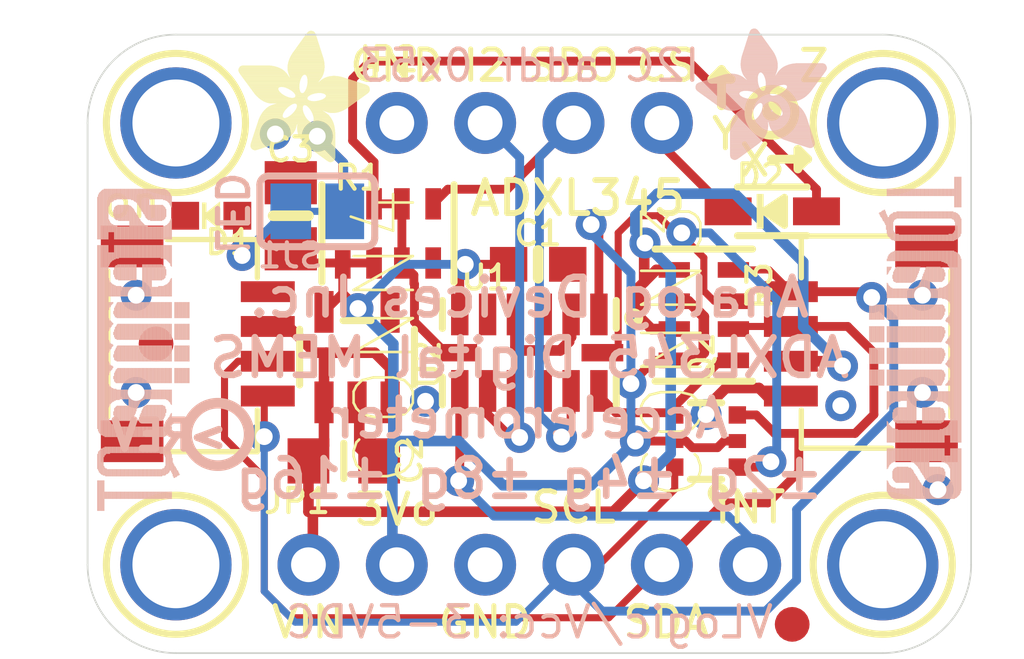
<source format=kicad_pcb>
(kicad_pcb (version 20211014) (generator pcbnew)
  (layers (0 "F.Cu" signal) (31 "B.Cu" signal) (34 "B.Paste" user) (35 "F.Paste" user) (36 "B.SilkS" user "B.Silkscreen") (37 "F.SilkS" user "F.Silkscreen") (38 "B.Mask" user) (39 "F.Mask" user) (44 "Edge.Cuts" user))
  (net 0 "")
  (net 1 "GND")
  (net 2 "SCL")
  (net 3 "SCL_3V")
  (net 4 "3.3V")
  (net 5 "VCC")
  (net 6 "N$1")
  (net 7 "CS_3V")
  (net 8 "INT1")
  (net 9 "INT2")
  (net 10 "SDA/SDIO_3V")
  (net 11 "SDO")
  (net 12 "CS")
  (net 13 "SDA/SDIO")
  (net 14 "N$2")
  (footprint "boardEagle:FIDUCIAL_1MM" (layer "F.Cu") (at 156.0576 113.0681)
    (fp_text reference "FID3" hide)
    (fp_text value "FIDUCIAL_1MM" hide)
    (pad "1" smd roundrect (at 0 0) (size 1 1) (layers "F.Cu" "F.Mask") (roundrect_rratio 0.5))
  )
  (footprint "boardEagle:MOUNTINGHOLE_2.5_PLATED" (layer "F.Cu") (at 138.3411 98.6536)
    (fp_text reference "U$1" hide)
    (fp_text value "MOUNTINGHOLE2.5" hide)
    (pad "P$1" thru_hole circle (at 0 0) (size 3.2 3.2) (drill 2.5) (layers *.Cu *.Mask))
  )
  (footprint "boardEagle:JST_SH4" (layer "F.Cu") (at 158.5341 105.0036 90)
    (fp_text reference "CONN3" (at -4.6 -5.9 90) (layer "F.SilkS") (effects (font (size 1.703222 1.703222) (thickness 0.074778)) (justify left)))
    (fp_text value "STEMMA_I2C_QT" hide)
    (pad "1" smd rect (at -1.5 -2.514 180) (size 1.55 0.6) (layers "F.Cu" "F.Paste" "F.Mask") (net 1 "GND"))
    (pad "2" smd rect (at -0.5 -2.514 180) (size 1.55 0.6) (layers "F.Cu" "F.Paste" "F.Mask") (net 5 "VCC"))
    (pad "3" smd rect (at 0.5 -2.514 180) (size 1.55 0.6) (layers "F.Cu" "F.Paste" "F.Mask") (net 13 "SDA/SDIO"))
    (pad "4" smd rect (at 1.5 -2.514 180) (size 1.55 0.6) (layers "F.Cu" "F.Paste" "F.Mask") (net 2 "SCL"))
    (pad "MT1" smd rect (at -2.8 1.386 180) (size 1.8 1.2) (layers "F.Cu" "F.Paste" "F.Mask") (net 1 "GND"))
    (pad "MT2" smd rect (at 2.8 1.386 180) (size 1.8 1.2) (layers "F.Cu" "F.Paste" "F.Mask") (net 1 "GND"))
  )
  (footprint "boardEagle:1X06_ROUND_70" (layer "F.Cu") (at 148.5011 111.3536)
    (fp_text reference "JP1" (at -7.6962 -1.8288) (layer "F.SilkS") (effects (font (size 0.692831 0.692831) (thickness 0.119969)) (justify left)))
    (fp_text value "")
    (pad "1" thru_hole circle (at -6.35 0 90) (size 1.778 1.778) (drill 1) (layers *.Cu *.Mask) (net 5 "VCC"))
    (pad "2" thru_hole circle (at -3.81 0 90) (size 1.778 1.778) (drill 1) (layers *.Cu *.Mask) (net 4 "3.3V"))
    (pad "3" thru_hole circle (at -1.27 0 90) (size 1.778 1.778) (drill 1) (layers *.Cu *.Mask) (net 1 "GND"))
    (pad "4" thru_hole circle (at 1.27 0 90) (size 1.778 1.778) (drill 1) (layers *.Cu *.Mask) (net 2 "SCL"))
    (pad "5" thru_hole circle (at 3.81 0 90) (size 1.778 1.778) (drill 1) (layers *.Cu *.Mask) (net 13 "SDA/SDIO"))
    (pad "6" thru_hole circle (at 6.35 0 90) (size 1.778 1.778) (drill 1) (layers *.Cu *.Mask) (net 8 "INT1"))
  )
  (footprint "boardEagle:MOUNTINGHOLE_2.5_PLATED" (layer "F.Cu") (at 158.6611 98.6536)
    (fp_text reference "U$17" hide)
    (fp_text value "MOUNTINGHOLE2.5" hide)
    (pad "P$1" thru_hole circle (at 0 0) (size 3.2 3.2) (drill 2.5) (layers *.Cu *.Mask))
  )
  (footprint "boardEagle:0603-NO" (layer "F.Cu") (at 148.7551 102.7176)
    (fp_text reference "C1" (at -0.762 -0.889) (layer "F.SilkS") (effects (font (size 0.692831 0.692831) (thickness 0.119969)) (justify left)))
    (fp_text value "0.1uF")
    (pad "1" smd rect (at -0.85 0) (size 1.075 1) (layers "F.Cu" "F.Paste" "F.Mask") (net 4 "3.3V"))
    (pad "2" smd rect (at 0.85 0) (size 1.075 1) (layers "F.Cu" "F.Paste" "F.Mask") (net 1 "GND"))
  )
  (footprint "boardEagle:SOD-323" (layer "F.Cu") (at 155.4861 101.1936)
    (fp_text reference "D2" (at -1.1 -1) (layer "F.SilkS") (effects (font (size 0.692831 0.692831) (thickness 0.119969)) (justify left)))
    (fp_text value "1N4148")
    (pad "A" smd rect (at 1.27 0) (size 1.35 0.8) (layers "F.Cu" "F.Paste" "F.Mask") (net 7 "CS_3V"))
    (pad "C" smd rect (at -1.27 0) (size 1.35 0.8) (layers "F.Cu" "F.Paste" "F.Mask") (net 12 "CS"))
  )
  (footprint "boardEagle:CHIPLED_0603_NOOUTLINE" (layer "F.Cu") (at 139.3571 101.3206 90)
    (fp_text reference "D1" (at -0.762 1.27) (layer "F.SilkS") (effects (font (size 0.692831 0.692831) (thickness 0.119969)) (justify right)))
    (fp_text value "GREEN")
    (pad "A" smd rect (at 0 0.75 90) (size 0.8 0.8) (layers "F.Cu" "F.Paste" "F.Mask") (net 14 "N$2"))
    (pad "C" smd rect (at 0 -0.75 90) (size 0.8 0.8) (layers "F.Cu" "F.Paste" "F.Mask") (net 1 "GND"))
  )
  (footprint "boardEagle:JST_SH4" (layer "F.Cu") (at 138.4681 105.0036 -90)
    (fp_text reference "CONN4" (at -4.6 -5.9 90) (layer "F.SilkS") (effects (font (size 1.703222 1.703222) (thickness 0.074778)) (justify right)))
    (fp_text value "STEMMA_I2C_QT" hide)
    (pad "1" smd rect (at -1.5 -2.514) (size 1.55 0.6) (layers "F.Cu" "F.Paste" "F.Mask") (net 1 "GND"))
    (pad "2" smd rect (at -0.5 -2.514) (size 1.55 0.6) (layers "F.Cu" "F.Paste" "F.Mask") (net 5 "VCC"))
    (pad "3" smd rect (at 0.5 -2.514) (size 1.55 0.6) (layers "F.Cu" "F.Paste" "F.Mask") (net 13 "SDA/SDIO"))
    (pad "4" smd rect (at 1.5 -2.514) (size 1.55 0.6) (layers "F.Cu" "F.Paste" "F.Mask") (net 2 "SCL"))
    (pad "MT1" smd rect (at -2.8 1.386) (size 1.8 1.2) (layers "F.Cu" "F.Paste" "F.Mask") (net 1 "GND"))
    (pad "MT2" smd rect (at 2.8 1.386) (size 1.8 1.2) (layers "F.Cu" "F.Paste" "F.Mask") (net 1 "GND"))
  )
  (footprint "boardEagle:1X04_ROUND" (layer "F.Cu") (at 148.5011 98.6536)
    (fp_text reference "JP2" (at -5.1562 -1.8288) (layer "F.SilkS") (effects (font (size 0.692831 0.692831) (thickness 0.119969)) (justify left)))
    (fp_text value "")
    (pad "1" thru_hole circle (at -3.81 0 90) (size 1.778 1.778) (drill 1) (layers *.Cu *.Mask) (net 1 "GND"))
    (pad "2" thru_hole circle (at -1.27 0 90) (size 1.778 1.778) (drill 1) (layers *.Cu *.Mask) (net 9 "INT2"))
    (pad "3" thru_hole circle (at 1.27 0 90) (size 1.778 1.778) (drill 1) (layers *.Cu *.Mask) (net 11 "SDO"))
    (pad "4" thru_hole circle (at 3.81 0 90) (size 1.778 1.778) (drill 1) (layers *.Cu *.Mask) (net 12 "CS"))
  )
  (footprint "boardEagle:RESPACK_4X0603" (layer "F.Cu") (at 153.5176 104.1781 -90)
    (fp_text reference "R3" (at -1.6 -1.6 90) (layer "F.SilkS") (effects (font (size 0.692831 0.692831) (thickness 0.119969)) (justify right)))
    (fp_text value "10K")
    (pad "1" smd rect (at -1.3 0.85 270) (size 0.45 0.9) (layers "F.Cu" "F.Paste" "F.Mask") (net 5 "VCC"))
    (pad "2" smd rect (at -0.4 0.85 270) (size 0.45 0.9) (layers "F.Cu" "F.Paste" "F.Mask") (net 4 "3.3V"))
    (pad "3" smd rect (at 0.4 0.85 270) (size 0.45 0.9) (layers "F.Cu" "F.Paste" "F.Mask") (net 5 "VCC"))
    (pad "4" smd rect (at 1.3 0.85 270) (size 0.45 0.9) (layers "F.Cu" "F.Paste" "F.Mask") (net 4 "3.3V"))
    (pad "5" smd rect (at 1.3 -0.85 270) (size 0.45 0.9) (layers "F.Cu" "F.Paste" "F.Mask") (net 10 "SDA/SDIO_3V"))
    (pad "6" smd rect (at 0.4 -0.85 270) (size 0.45 0.9) (layers "F.Cu" "F.Paste" "F.Mask") (net 13 "SDA/SDIO"))
    (pad "7" smd rect (at -0.4 -0.85 270) (size 0.45 0.9) (layers "F.Cu" "F.Paste" "F.Mask") (net 3 "SCL_3V"))
    (pad "8" smd rect (at -1.3 -0.85 270) (size 0.45 0.9) (layers "F.Cu" "F.Paste" "F.Mask") (net 2 "SCL"))
  )
  (footprint "boardEagle:FIDUCIAL_1MM" (layer "F.Cu") (at 137.7696 105.0036)
    (fp_text reference "FID4" hide)
    (fp_text value "FIDUCIAL_1MM" hide)
    (pad "1" smd roundrect (at 0 0) (size 1 1) (layers "F.Cu" "F.Mask") (roundrect_rratio 0.5))
  )
  (footprint "boardEagle:MOUNTINGHOLE_2.5_PLATED" (layer "F.Cu") (at 138.3411 111.3536)
    (fp_text reference "U$19" hide)
    (fp_text value "MOUNTINGHOLE2.5" hide)
    (pad "P$1" thru_hole circle (at 0 0) (size 3.2 3.2) (drill 2.5) (layers *.Cu *.Mask))
  )
  (footprint "boardEagle:0805-NO" (layer "F.Cu") (at 141.6431 101.3206 90)
    (fp_text reference "C3" (at 1.905 -0.762) (layer "F.SilkS") (effects (font (size 0.692831 0.692831) (thickness 0.119969)) (justify left)))
    (fp_text value "10uF")
    (pad "1" smd rect (at -0.95 0 90) (size 1.24 1.5) (layers "F.Cu" "F.Paste" "F.Mask") (net 4 "3.3V"))
    (pad "2" smd rect (at 0.95 0 90) (size 1.24 1.5) (layers "F.Cu" "F.Paste" "F.Mask") (net 1 "GND"))
  )
  (footprint "boardEagle:MOUNTINGHOLE_2.5_PLATED" (layer "F.Cu") (at 158.6611 111.3536)
    (fp_text reference "U$21" hide)
    (fp_text value "MOUNTINGHOLE2.5" hide)
    (pad "P$1" thru_hole circle (at 0 0) (size 3.2 3.2) (drill 2.5) (layers *.Cu *.Mask))
  )
  (footprint "boardEagle:SOT363" (layer "F.Cu") (at 153.5811 107.7976 90)
    (fp_text reference "Q2" (at 1.651 -0.127 90) (layer "F.SilkS") (effects (font (size 0.692831 0.692831) (thickness 0.119969)) (justify left)))
    (fp_text value "BSS138")
    (pad "1" smd rect (at -0.75 0.9 90) (size 0.5 0.5) (layers "F.Cu" "F.Paste" "F.Mask") (net 3 "SCL_3V"))
    (pad "2" smd rect (at 0 0.9 90) (size 0.4 0.5) (layers "F.Cu" "F.Paste" "F.Mask") (net 4 "3.3V"))
    (pad "3" smd rect (at 0.75 0.9 90) (size 0.5 0.5) (layers "F.Cu" "F.Paste" "F.Mask") (net 13 "SDA/SDIO"))
    (pad "4" smd rect (at 0.75 -0.9 90) (size 0.5 0.5) (layers "F.Cu" "F.Paste" "F.Mask") (net 10 "SDA/SDIO_3V"))
    (pad "5" smd rect (at 0 -0.9 90) (size 0.4 0.5) (layers "F.Cu" "F.Paste" "F.Mask") (net 4 "3.3V"))
    (pad "6" smd rect (at -0.75 -0.9 90) (size 0.5 0.5) (layers "F.Cu" "F.Paste" "F.Mask") (net 2 "SCL"))
  )
  (footprint "boardEagle:LGA14" (layer "F.Cu") (at 148.5011 105.2576)
    (fp_text reference "U1" (at -2.032 -2.159) (layer "F.SilkS") (effects (font (size 0.692831 0.692831) (thickness 0.119969)) (justify left)))
    (fp_text value "ADXL343")
    (pad "1" smd rect (at 2 -1.1) (size 0.5 1.2) (layers "F.Cu" "F.Paste" "F.Mask") (net 4 "3.3V"))
    (pad "2" smd rect (at 1.2 -1.1 180) (size 0.5 1.2) (layers "F.Cu" "F.Paste" "F.Mask") (net 1 "GND"))
    (pad "3" smd rect (at 0.4 -1.1 180) (size 0.5 1.2) (layers "F.Cu" "F.Paste" "F.Mask"))
    (pad "4" smd rect (at -0.4 -1.1 180) (size 0.5 1.2) (layers "F.Cu" "F.Paste" "F.Mask") (net 1 "GND"))
    (pad "5" smd rect (at -1.2 -1.1 180) (size 0.5 1.2) (layers "F.Cu" "F.Paste" "F.Mask") (net 1 "GND"))
    (pad "6" smd rect (at -2 -1.1 180) (size 0.5 1.2) (layers "F.Cu" "F.Paste" "F.Mask") (net 4 "3.3V"))
    (pad "7" smd rect (at -2.1 0 270) (size 0.5 1.2) (layers "F.Cu" "F.Paste" "F.Mask") (net 7 "CS_3V"))
    (pad "8" smd rect (at -2 1.1 180) (size 0.5 1.2) (layers "F.Cu" "F.Paste" "F.Mask") (net 8 "INT1"))
    (pad "9" smd rect (at -1.2 1.1 180) (size 0.5 1.2) (layers "F.Cu" "F.Paste" "F.Mask") (net 9 "INT2"))
    (pad "10" smd rect (at -0.4 1.1) (size 0.5 1.2) (layers "F.Cu" "F.Paste" "F.Mask"))
    (pad "11" smd rect (at 0.4 1.1) (size 0.5 1.2) (layers "F.Cu" "F.Paste" "F.Mask"))
    (pad "12" smd rect (at 1.2 1.1) (size 0.5 1.2) (layers "F.Cu" "F.Paste" "F.Mask") (net 11 "SDO"))
    (pad "13" smd rect (at 2 1.1) (size 0.5 1.2) (layers "F.Cu" "F.Paste" "F.Mask") (net 10 "SDA/SDIO_3V"))
    (pad "14" smd rect (at 2.1 0 90) (size 0.5 1.2) (layers "F.Cu" "F.Paste" "F.Mask") (net 3 "SCL_3V"))
  )
  (footprint "boardEagle:SOT23-5" (layer "F.Cu") (at 143.5481 105.3846)
    (fp_text reference "U2" (at 2.032 -0.562 90) (layer "F.SilkS") (effects (font (size 0.692831 0.692831) (thickness 0.119969)) (justify right)))
    (fp_text value "AP2112K-3.3")
    (pad "1" smd rect (at -0.95 1.3001) (size 0.55 1.2) (layers "F.Cu" "F.Paste" "F.Mask") (net 5 "VCC"))
    (pad "2" smd rect (at 0 1.3001) (size 0.55 1.2) (layers "F.Cu" "F.Paste" "F.Mask") (net 1 "GND"))
    (pad "3" smd rect (at 0.95 1.3001) (size 0.55 1.2) (layers "F.Cu" "F.Paste" "F.Mask") (net 5 "VCC"))
    (pad "4" smd rect (at 0.95 -1.3001) (size 0.55 1.2) (layers "F.Cu" "F.Paste" "F.Mask"))
    (pad "5" smd rect (at -0.95 -1.3001) (size 0.55 1.2) (layers "F.Cu" "F.Paste" "F.Mask") (net 4 "3.3V"))
  )
  (footprint "boardEagle:ADAFRUIT_3.5MM" (layer "F.Cu") (at 140.1191 99.7966)
    (fp_text reference "U$4" hide)
    (fp_text value "" hide)
  )
  (footprint "boardEagle:RESPACK_4X0603" (layer "F.Cu") (at 144.4371 101.8286)
    (fp_text reference "R1" (at -1.6 -1.6) (layer "F.SilkS") (effects (font (size 0.692831 0.692831) (thickness 0.119969)) (justify left)))
    (fp_text value "10K")
    (pad "1" smd rect (at -1.3 0.85) (size 0.45 0.9) (layers "F.Cu" "F.Paste" "F.Mask") (net 4 "3.3V"))
    (pad "2" smd rect (at -0.4 0.85) (size 0.45 0.9) (layers "F.Cu" "F.Paste" "F.Mask") (net 4 "3.3V"))
    (pad "3" smd rect (at 0.4 0.85) (size 0.45 0.9) (layers "F.Cu" "F.Paste" "F.Mask") (net 7 "CS_3V"))
    (pad "4" smd rect (at 1.3 0.85) (size 0.45 0.9) (layers "F.Cu" "F.Paste" "F.Mask") (net 1 "GND"))
    (pad "5" smd rect (at 1.3 -0.85) (size 0.45 0.9) (layers "F.Cu" "F.Paste" "F.Mask") (net 11 "SDO"))
    (pad "6" smd rect (at 0.4 -0.85) (size 0.45 0.9) (layers "F.Cu" "F.Paste" "F.Mask") (net 7 "CS_3V"))
    (pad "7" smd rect (at -0.4 -0.85) (size 0.45 0.9) (layers "F.Cu" "F.Paste" "F.Mask") (net 7 "CS_3V"))
    (pad "8" smd rect (at -1.3 -0.85) (size 0.45 0.9) (layers "F.Cu" "F.Paste" "F.Mask") (net 6 "N$1"))
  )
  (footprint "boardEagle:_0805MP" (layer "F.Cu") (at 143.1671 108.3691)
    (fp_text reference "C2" (at 1.905 -0.762 90) (layer "F.SilkS") (effects (font (size 0.692831 0.692831) (thickness 0.119969)) (justify right)))
    (fp_text value "10uF")
    (pad "1" smd rect (at -1.016 0) (size 1.2 1.3) (layers "F.Cu" "F.Paste" "F.Mask") (net 5 "VCC"))
    (pad "2" smd rect (at 1.016 0) (size 1.2 1.3) (layers "F.Cu" "F.Paste" "F.Mask") (net 1 "GND"))
  )
  (footprint "boardEagle:STEMMAQT" (layer "B.Cu") (at 138.7221 100.5586 -90)
    (fp_text reference "U$31" hide)
    (fp_text value "" hide)
  )
  (footprint "boardEagle:PCBFEAT-REV-040" (layer "B.Cu") (at 139.5476 107.6071 180)
    (fp_text reference "U$25" hide)
    (fp_text value "" hide)
    (fp_text user ">REV" (at -0.3556 -0.508) (layer "B.SilkS") (effects (font (size 0.8128 0.8128) (thickness 0.2032)) (justify left bottom mirror)))
  )
  (footprint "boardEagle:SOLDERJUMPER_CLOSEDWIRE" (layer "B.Cu") (at 142.4051 101.1936)
    (fp_text reference "SJ1" (at -1.778 1.27) (layer "B.SilkS") (effects (font (size 0.692831 0.692831) (thickness 0.119969)) (justify right mirror)))
    (fp_text value "")
    (pad "1" smd rect (at -0.762 0) (size 1.1684 1.6002) (layers "B.Cu") (net 14 "N$2"))
    (pad "2" smd rect (at 0.762 0) (size 1.1684 1.6002) (layers "B.Cu") (net 6 "N$1"))
    (pad "WIRE" smd rect (at 0 0 180) (size 0.635 0.2032) (layers "B.Cu"))
  )
  (footprint "boardEagle:STEMMAQT" (layer "B.Cu") (at 158.2801 109.4486 90)
    (fp_text reference "U$30" hide)
    (fp_text value "" hide)
  )
  (footprint "boardEagle:ADAFRUIT_3.5MM" (layer "B.Cu") (at 157.0736 99.7331 180)
    (fp_text reference "U$11" hide)
    (fp_text value "" hide)
  )
  (gr_line (start 156.2227 99.949) (end 156.4767 99.695) (layer "F.SilkS") (width 0.254))
  (gr_circle (center 155.4734 98.3107) (end 155.4988 98.3107) (layer "F.SilkS") (width 0.254) (fill none))
  (gr_line (start 154.305 97.3963) (end 154.2796 97.3963) (layer "F.SilkS") (width 0.254))
  (gr_line (start 155.4607 99.695) (end 156.4767 99.695) (layer "F.SilkS") (width 0.254))
  (gr_line (start 156.4767 99.695) (end 156.5021 99.695) (layer "F.SilkS") (width 0.254))
  (gr_circle (center 155.4734 98.3488) (end 156.1338 98.3488) (layer "F.SilkS") (width 0.254) (fill none))
  (gr_line (start 156.5021 99.695) (end 156.2227 99.4156) (layer "F.SilkS") (width 0.254))
  (gr_line (start 154.0256 97.1423) (end 154.0256 97.1169) (layer "F.SilkS") (width 0.254))
  (gr_line (start 156.2227 99.4156) (end 156.2227 99.949) (layer "F.SilkS") (width 0.254))
  (gr_line (start 156.2227 99.9744) (end 156.2227 99.949) (layer "F.SilkS") (width 0.254))
  (gr_line (start 154.0256 97.1169) (end 153.7462 97.3963) (layer "F.SilkS") (width 0.254))
  (gr_line (start 154.2796 97.3963) (end 154.0256 97.1423) (layer "F.SilkS") (width 0.254))
  (gr_line (start 153.7462 97.3963) (end 154.2796 97.3963) (layer "F.SilkS") (width 0.254))
  (gr_line (start 154.0256 98.1583) (end 154.0256 97.1423) (layer "F.SilkS") (width 0.254))
  (gr_line (start 161.2011 111.3536) (end 161.2011 98.6536) (layer "Edge.Cuts") (width 0.05))
  (gr_arc (start 138.3411 113.8936) (mid 136.545049 113.149651) (end 135.8011 111.3536) (layer "Edge.Cuts") (width 0.05))
  (gr_line (start 135.8011 98.6536) (end 135.8011 111.3536) (layer "Edge.Cuts") (width 0.05))
  (gr_arc (start 158.6611 96.1136) (mid 160.457151 96.857549) (end 161.2011 98.6536) (layer "Edge.Cuts") (width 0.05))
  (gr_arc (start 161.2011 111.3536) (mid 160.457151 113.149651) (end 158.6611 113.8936) (layer "Edge.Cuts") (width 0.05))
  (gr_line (start 138.3411 113.8936) (end 158.6611 113.8936) (layer "Edge.Cuts") (width 0.05))
  (gr_line (start 158.6611 96.1136) (end 138.3411 96.1136) (layer "Edge.Cuts") (width 0.05))
  (gr_arc (start 135.8011 98.6536) (mid 136.545049 96.857549) (end 138.3411 96.1136) (layer "Edge.Cuts") (width 0.05))
  (gr_text "LED" (at 139.9286 101.2571 -90) (layer "B.SilkS") (effects (font (size 0.8636 0.8636) (thickness 0.1524)) (justify mirror)))
  (gr_text "VLogic/Vcc: 3-5VDC" (at 148.5011 113.0046) (layer "B.SilkS") (effects (font (size 0.89408 0.89408) (thickness 0.12192)) (justify mirror)))
  (gr_text "Analog Devices Inc.\nADXL345 Digital MEMS\nAccelerometer\n±2g ±4g ±8g ±16g" (at 148.5011 106.2736) (layer "B.SilkS") (effects (font (size 1.0795 1.0795) (thickness 0.1905)) (justify mirror)))
  (gr_text "I2C addr 0x53" (at 148.5011 97.0026) (layer "B.SilkS") (effects (font (size 0.89408 0.89408) (thickness 0.12192)) (justify mirror)))
  (gr_text "GND" (at 147.2311 113.0046) (layer "F.SilkS") (effects (font (size 0.87376 0.87376) (thickness 0.14224))))
  (gr_text "on" (at 136.1821 101.4476) (layer "F.SilkS") (effects (font (size 0.89408 0.89408) (thickness 0.12192)) (justify left bottom)))
  (gr_text "Y" (at 153.67 99.4791) (layer "F.SilkS") (effects (font (size 0.87376 0.87376) (thickness 0.14224)) (justify left bottom)))
  (gr_text "Z" (at 156.1719 97.5233) (layer "F.SilkS") (effects (font (size 0.87376 0.87376) (thickness 0.14224)) (justify left bottom)))
  (gr_text "3Vo" (at 144.6911 109.7661) (layer "F.SilkS") (effects (font (size 0.87376 0.87376) (thickness 0.14224))))
  (gr_text "VIN" (at 142.1511 113.0046) (layer "F.SilkS") (effects (font (size 0.87376 0.87376) (thickness 0.14224))))
  (gr_text "CS" (at 152.4381 97.0026) (layer "F.SilkS") (effects (font (size 0.87376 0.87376) (thickness 0.14224))))
  (gr_text "SDA" (at 152.4381 113.0046) (layer "F.SilkS") (effects (font (size 0.87376 0.87376) (thickness 0.14224))))
  (gr_text "I2" (at 147.2311 97.0026) (layer "F.SilkS") (effects (font (size 0.87376 0.87376) (thickness 0.14224))))
  (gr_text "GND" (at 144.6911 97.0026) (layer "F.SilkS") (effects (font (size 0.87376 0.87376) (thickness 0.14224))))
  (gr_text "SCL" (at 149.7711 109.7026) (layer "F.SilkS") (effects (font (size 0.87376 0.87376) (thickness 0.14224))))
  (gr_text "INT" (at 154.8511 109.7026) (layer "F.SilkS") (effects (font (size 0.87376 0.87376) (thickness 0.14224))))
  (gr_text "SDO" (at 149.7711 97.0026) (layer "F.SilkS") (effects (font (size 0.87376 0.87376) (thickness 0.14224))))
  (gr_text "X" (at 154.4701 100.2411) (layer "F.SilkS") (effects (font (size 0.87376 0.87376) (thickness 0.14224)) (justify left bottom)))
  (gr_text "ADXL345" (at 149.8981 100.8126) (layer "F.SilkS") (effects (font (size 0.94996 0.94996) (thickness 0.16764))))
  (segment (start 149.7011 104.804707) (end 149.6455 104.860307) (width 0.3048) (layer "F.Cu") (net 1))
  (segment (start 154.1526 106.2736) (end 155.1051 106.2736) (width 0.3048) (layer "F.Cu") (net 1))
  (segment (start 148.1011 105.1116) (end 148.1011 104.1576) (width 0.3048) (layer "F.Cu") (net 1))
  (segment (start 153.5811 107.0356) (end 153.5811 106.8451) (width 0.3048) (layer "F.Cu") (net 1))
  (segment (start 143.9926 108.3691) (end 144.1831 108.3691) (width 0.3048) (layer "F.Cu") (net 1))
  (segment (start 148.1836 105.1941) (end 148.1011 105.1116) (width 0.3048) (layer "F.Cu") (net 1))
  (segment (start 143.5481 106.6847) (end 143.6116 106.7482) (width 0.3048) (layer "F.Cu") (net 1))
  (segment (start 155.1051 106.2736) (end 155.3351 106.5036) (width 0.3048) (layer "F.Cu") (net 1))
  (segment (start 149.6455 104.860307) (end 149.6455 104.9387) (width 0.3048) (layer "F.Cu") (net 1))
  (segment (start 143.6116 107.9881) (end 143.9926 108.3691) (width 0.3048) (layer "F.Cu") (net 1))
  (segment (start 149.3901 105.1941) (end 148.1836 105.1941) (width 0.3048) (layer "F.Cu") (net 1))
  (segment (start 154.1526 106.2736) (end 153.5811 106.8451) (width 0.3048) (layer "F.Cu") (net 1))
  (segment (start 149.7011 104.1576) (end 149.7011 104.804707) (width 0.3048) (layer "F.Cu") (net 1))
  (segment (start 143.6116 106.7482) (end 143.6116 107.9881) (width 0.3048) (layer "F.Cu") (net 1))
  (segment (start 155.3351 106.5036) (end 156.0201 106.5036) (width 0.3048) (layer "F.Cu") (net 1))
  (segment (start 149.6455 104.9387) (end 149.3901 105.1941) (width 0.3048) (layer "F.Cu") (net 1))
  (via (at 137.1981 106.4006) (size 0.889) (drill 0.4826) (layers "F.Cu" "B.Cu") (net 1))
  (via (at 160.2486 109.1946) (size 0.889) (drill 0.4826) (layers "F.Cu" "B.Cu") (net 1))
  (via (at 157.4546 106.7816) (size 0.889) (drill 0.4826) (layers "F.Cu" "B.Cu") (net 1))
  (via (at 159.8041 106.4006) (size 0.889) (drill 0.4826) (layers "F.Cu" "B.Cu") (net 1))
  (via (at 159.8041 103.6066) (size 0.889) (drill 0.4826) (layers "F.Cu" "B.Cu") (net 1))
  (via (at 141.1986 98.9711) (size 0.889) (drill 0.4826) (layers "F.Cu" "B.Cu") (net 1))
  (via (at 145.5166 106.6546) (size 0.889) (drill 0.4826) (layers "F.Cu" "B.Cu") (net 1))
  (via (at 153.5811 107.0356) (size 0.889) (drill 0.4826) (layers "F.Cu" "B.Cu") (net 1))
  (via (at 137.1981 103.6066) (size 0.889) (drill 0.4826) (layers "F.Cu" "B.Cu") (net 1))
  (segment (start 152.6811 109.1826) (end 150.5101 111.3536) (width 0.2032) (layer "F.Cu") (net 2))
  (segment (start 152.6811 108.5476) (end 152.6811 109.1826) (width 0.2032) (layer "F.Cu") (net 2))
  (segment (start 140.8811 106.6046) (end 140.9821 106.5036) (width 0.2032) (layer "F.Cu") (net 2))
  (segment (start 156.0201 103.5036) (end 155.3946 102.8781) (width 0.2032) (layer "F.Cu") (net 2))
  (segment (start 155.3946 102.8781) (end 154.3676 102.8781) (width 0.2032) (layer "F.Cu") (net 2))
  (segment (start 158.1771 103.5036) (end 158.3436 103.6701) (width 0.254) (layer "F.Cu") (net 2))
  (segment (start 156.0201 103.5036) (end 158.1771 103.5036) (width 0.254) (layer "F.Cu") (net 2))
  (segment (start 150.5101 111.3536) (end 149.7711 111.3536) (width 0.2032) (layer "F.Cu") (net 2))
  (segment (start 140.8811 107.6706) (end 140.8811 106.6046) (width 0.2032) (layer "F.Cu") (net 2))
  (via (at 158.3436 103.6701) (size 0.889) (drill 0.4826) (layers "F.Cu" "B.Cu") (net 2))
  (via (at 140.8811 107.6706) (size 0.889) (drill 0.4826) (layers "F.Cu" "B.Cu") (net 2))
  (segment (start 158.9786 104.3051) (end 158.9786 106.9721) (width 0.254) (layer "B.Cu") (net 2))
  (segment (start 149.7711 111.8616) (end 149.7711 111.3536) (width 0.254) (layer "B.Cu") (net 2))
  (segment (start 149.7711 111.3536) (end 148.1201 113.0046) (width 0.2032) (layer "B.Cu") (net 2))
  (segment (start 156.1846 109.7661) (end 156.1846 111.7981) (width 0.254) (layer "B.Cu") (net 2))
  (segment (start 156.1846 111.7981) (end 155.2956 112.6871) (width 0.254) (layer "B.Cu") (net 2))
  (segment (start 141.7701 113.0046) (end 140.8811 112.1156) (width 0.2032) (layer "B.Cu") (net 2))
  (segment (start 150.5966 112.6871) (end 149.7711 111.8616) (width 0.254) (layer "B.Cu") (net 2))
  (segment (start 155.2956 112.6871) (end 150.5966 112.6871) (width 0.254) (layer "B.Cu") (net 2))
  (segment (start 148.1201 113.0046) (end 141.7701 113.0046) (width 0.2032) (layer "B.Cu") (net 2))
  (segment (start 140.8811 112.1156) (end 140.8811 107.6706) (width 0.2032) (layer "B.Cu") (net 2))
  (segment (start 158.3436 103.6701) (end 158.9786 104.3051) (width 0.254) (layer "B.Cu") (net 2))
  (segment (start 158.9786 106.9721) (end 156.1846 109.7661) (width 0.254) (layer "B.Cu") (net 2))
  (segment (start 152.8826 101.8149) (end 152.6921 101.8149) (width 0.2032) (layer "F.Cu") (net 3))
  (segment (start 155.291506 108.5476) (end 155.446303 108.392804) (width 0.254) (layer "F.Cu") (net 3))
  (segment (start 152.1978 101.3206) (end 151.5491 101.3206) (width 0.2032) (layer "F.Cu") (net 3))
  (segment (start 152.8826 101.8149) (end 152.8826 101.8921) (width 0.2032) (layer "F.Cu") (net 3))
  (segment (start 153.5176 103.4796) (end 153.5176 102.5271) (width 0.2032) (layer "F.Cu") (net 3))
  (segment (start 153.5176 102.5271) (end 152.8826 101.8921) (width 0.2032) (layer "F.Cu") (net 3))
  (segment (start 151.0559 105.2576) (end 150.6011 105.2576) (width 0.2032) (layer "F.Cu") (net 3))
  (segment (start 151.5491 101.3206) (end 151.0559 101.8138) (width 0.2032) (layer "F.Cu") (net 3))
  (segment (start 152.6921 101.8149) (end 152.1978 101.3206) (width 0.2032) (layer "F.Cu") (net 3))
  (segment (start 153.8161 103.7781) (end 153.5176 103.4796) (width 0.2032) (layer "F.Cu") (net 3))
  (segment (start 151.0559 101.8138) (end 151.0559 105.2576) (width 0.2032) (layer "F.Cu") (net 3))
  (segment (start 154.4811 108.5476) (end 155.291506 108.5476) (width 0.254) (layer "F.Cu") (net 3))
  (segment (start 154.3676 103.7781) (end 153.8161 103.7781) (width 0.2032) (layer "F.Cu") (net 3))
  (via (at 152.8826 101.8149) (size 0.889) (drill 0.4826) (layers "F.Cu" "B.Cu") (net 3))
  (via (at 155.446303 108.392804) (size 0.889) (drill 0.4826) (layers "F.Cu" "B.Cu") (net 3))
  (segment (start 155.446303 108.392804) (end 155.6131 108.226007) (width 0.254) (layer "B.Cu") (net 3))
  (segment (start 153.6944 101.8149) (end 152.8826 101.8149) (width 0.254) (layer "B.Cu") (net 3))
  (segment (start 155.6131 108.226007) (end 155.6131 103.7336) (width 0.254) (layer "B.Cu") (net 3))
  (segment (start 155.6131 103.7336) (end 153.6944 101.8149) (width 0.254) (layer "B.Cu") (net 3))
  (segment (start 152.6676 105.4781) (end 152.0906 105.4781) (width 0.254) (layer "F.Cu") (net 4))
  (segment (start 152.6676 103.7781) (end 153.0731 103.7781) (width 0.3048) (layer "F.Cu") (net 4))
  (segment (start 146.8891 102.7176) (end 147.9051 102.7176) (width 0.254) (layer "F.Cu") (net 4))
  (segment (start 153.5176 105.2576) (end 153.2971 105.4781) (width 0.3048) (layer "F.Cu") (net 4))
  (segment (start 146.5011 104.1576) (end 146.5011 103.1056) (width 0.254) (layer "F.Cu") (net 4))
  (segment (start 150.5011 104.1576) (end 150.5011 101.7966) (width 0.254) (layer "F.Cu") (net 4))
  (segment (start 146.8891 102.7176) (end 146.5011 103.1056) (width 0.254) (layer "F.Cu") (net 4))
  (segment (start 143.1371 103.5455) (end 143.1371 103.5493) (width 0.254) (layer "F.Cu") (net 4))
  (segment (start 143.1371 102.6786) (end 143.1371 103.5455) (width 0.254) (layer "F.Cu") (net 4))
  (segment (start 153.5176 104.2226) (end 153.5176 105.2576) (width 0.3048) (layer "F.Cu") (net 4))
  (segment (start 152.0906 105.4781) (end 151.4221 106.1466) (width 0.254) (layer "F.Cu") (net 4))
  (segment (start 142.5981 104.0845) (end 143.1371 103.5455) (width 0.254) (layer "F.Cu") (net 4))
  (segment (start 153.9096 107.9881) (end 153.1891 107.9881) (width 0.254) (layer "F.Cu") (net 4))
  (segment (start 153.2971 105.4781) (end 152.6676 105.4781) (width 0.3048) (layer "F.Cu") (net 4))
  (segment (start 153.1891 107.9881) (end 152.9986 107.7976) (width 0.254) (layer "F.Cu") (net 4))
  (segment (start 143.1371 103.5493) (end 143.5754 103.9876) (width 0.254) (layer "F.Cu") (net 4))
  (segment (start 147.9051 102.7176) (end 146.6596 102.7176) (width 0.254) (layer "F.Cu") (net 4))
  (segment (start 150.5011 101.7966) (end 150.2791 101.5746) (width 0.254) (layer "F.Cu") (net 4))
  (segment (start 153.5176 104.2226) (end 153.0731 103.7781) (width 0.3048) (layer "F.Cu") (net 4))
  (segment (start 152.6811 107.7976) (end 152.9986 107.7976) (width 0.254) (layer "F.Cu") (net 4))
  (segment (start 144.0371 102.6786) (end 143.1371 102.6786) (width 0.254) (layer "F.Cu") (net 4))
  (segment (start 154.1001 107.7976) (end 154.4811 107.7976) (width 0.254) (layer "F.Cu") (net 4))
  (segment (start 142.0511 102.6786) (end 141.6431 102.2706) (width 0.254) (layer "F.Cu") (net 4))
  (segment (start 154.1001 107.7976) (end 153.9096 107.9881) (width 0.254) (layer "F.Cu") (net 4))
  (segment (start 151.5491 107.7976) (end 152.6811 107.7976) (width 0.254) (layer "F.Cu") (net 4))
  (segment (start 143.1371 102.6786) (end 142.0511 102.6786) (width 0.254) (layer "F.Cu") (net 4))
  (via (at 151.4221 106.1466) (size 0.889) (drill 0.4826) (layers "F.Cu" "B.Cu") (net 4))
  (via (at 151.5491 107.7976) (size 0.889) (drill 0.4826) (layers "F.Cu" "B.Cu") (net 4))
  (via (at 143.5754 103.9876) (size 0.889) (drill 0.4826) (layers "F.Cu" "B.Cu") (net 4))
  (via (at 150.2791 101.5746) (size 0.889) (drill 0.4826) (layers "F.Cu" "B.Cu") (net 4))
  (via (at 146.6596 102.7176) (size 0.889) (drill 0.4826) (layers "F.Cu" "B.Cu") (net 4))
  (segment (start 146.4691 107.7976) (end 145.3261 107.7976) (width 0.3048) (layer "B.Cu") (net 4))
  (segment (start 151.4221 102.9716) (end 151.4221 106.1466) (width 0.254) (layer "B.Cu") (net 4))
  (segment (start 151.4221 102.9716) (end 150.2791 101.8286) (width 0.254) (layer "B.Cu") (net 4))
  (segment (start 144.5641 111.2266) (end 144.6911 111.3536) (width 0.3048) (layer "B.Cu") (net 4))
  (segment (start 144.5914 105.0036) (end 143.5754 103.9876) (width 0.3048) (layer "B.Cu") (net 4))
  (segment (start 145.3261 107.7976) (end 144.5914 107.7976) (width 0.3048) (layer "B.Cu") (net 4))
  (segment (start 150.2791 101.5746) (end 150.2791 101.8286) (width 0.254) (layer "B.Cu") (net 4))
  (segment (start 151.4221 106.1466) (end 151.4221 107.6706) (width 0.254) (layer "B.Cu") (net 4))
  (segment (start 144.8454 102.7176) (end 146.6596 102.7176) (width 0.254) (layer "B.Cu") (net 4))
  (segment (start 150.2791 109.0676) (end 147.7391 109.0676) (width 0.3048) (layer "B.Cu") (net 4))
  (segment (start 143.5754 103.9876) (end 144.8454 102.7176) (width 0.254) (layer "B.Cu") (net 4))
  (segment (start 144.5641 107.7976) (end 144.5641 111.2266) (width 0.3048) (layer "B.Cu") (net 4))
  (segment (start 151.5491 107.7976) (end 151.4221 107.6706) (width 0.254) (layer "B.Cu") (net 4))
  (segment (start 151.5491 107.7976) (end 150.2791 109.0676) (width 0.3048) (layer "B.Cu") (net 4))
  (segment (start 147.7391 109.0676) (end 146.4691 107.7976) (width 0.3048) (layer "B.Cu") (net 4))
  (segment (start 145.3261 107.7976) (end 144.5641 107.7976) (width 0.254) (layer "B.Cu") (net 4))
  (segment (start 144.5914 105.0036) (end 144.5914 107.7976) (width 0.3048) (layer "B.Cu") (net 4))
  (segment (start 142.5981 106.6847) (end 142.5981 105.3186) (width 0.3048) (layer "F.Cu") (net 5))
  (segment (start 157.3704 105.5036) (end 157.5054 105.6386) (width 0.3048) (layer "F.Cu") (net 5))
  (segment (start 152.0126 104.5781) (end 151.6761 104.2416) (width 0.3048) (layer "F.Cu") (net 5))
  (segment (start 142.2781 109.8296) (end 150.9141 109.8296) (width 0.3048) (layer "F.Cu") (net 5))
  (segment (start 151.7834 108.9603) (end 151.7834 108.9406) (width 0.3048) (layer "F.Cu") (net 5))
  (segment (start 141.575806 104.5036) (end 140.9821 104.5036) (width 0.3048) (layer "F.Cu") (net 5))
  (segment (start 156.0201 105.5036) (end 157.3704 105.5036) (width 0.3048) (layer "F.Cu") (net 5))
  (segment (start 142.1511 108.3691) (end 142.5981 107.9221) (width 0.3048) (layer "F.Cu") (net 5))
  (segment (start 142.2781 109.8296) (end 142.2781 111.2266) (width 0.3048) (layer "F.Cu") (net 5))
  (segment (start 144.4981 106.6847) (end 144.4981 105.6996) (width 0.3048) (layer "F.Cu") (net 5))
  (segment (start 142.6591 105.2576) (end 142.329806 105.2576) (width 0.3048) (layer "F.Cu") (net 5))
  (segment (start 142.1511 109.8296) (end 142.2781 109.8296) (width 0.3048) (layer "F.Cu") (net 5))
  (segment (start 152.1506 102.8781) (end 152.6676 102.8781) (width 0.3048) (layer "F.Cu") (net 5))
  (segment (start 142.329806 105.2576) (end 141.575806 104.5036) (width 0.3048) (layer "F.Cu") (net 5))
  (segment (start 142.5981 107.9221) (end 142.5981 106.6847) (width 0.3048) (layer "F.Cu") (net 5))
  (segment (start 151.8031 103.2256) (end 151.6761 103.3526) (width 0.3048) (layer "F.Cu") (net 5))
  (segment (start 142.1511 108.3691) (end 142.1511 109.8296) (width 0.3048) (layer "F.Cu") (net 5))
  (segment (start 151.824937 102.104438) (end 151.8031 102.126275) (width 0.3048) (layer "F.Cu") (net 5))
  (segment (start 151.6761 104.2416) (end 151.6761 103.3526) (width 0.3048) (layer "F.Cu") (net 5))
  (segment (start 152.1506 102.8781) (end 151.8031 103.2256) (width 0.3048) (layer "F.Cu") (net 5))
  (segment (start 144.4981 105.6996) (end 144.0561 105.2576) (width 0.3048) (layer "F.Cu") (net 5))
  (segment (start 144.0561 105.2576) (end 142.6591 105.2576) (width 0.3048) (layer "F.Cu") (net 5))
  (segment (start 142.2781 111.2266) (end 142.1511 111.3536) (width 0.3048) (layer "F.Cu") (net 5))
  (segment (start 151.8031 102.126275) (end 151.8031 103.2256) (width 0.3048) (layer "F.Cu") (net 5))
  (segment (start 150.9141 109.8296) (end 151.7834 108.9603) (width 0.3048) (layer "F.Cu") (net 5))
  (segment (start 152.6676 104.5781) (end 152.0126 104.5781) (width 0.3048) (layer "F.Cu") (net 5))
  (segment (start 142.5981 105.3186) (end 142.6591 105.2576) (width 0.3048) (layer "F.Cu") (net 5))
  (via (at 151.7834 108.9406) (size 0.889) (drill 0.4826) (layers "F.Cu" "B.Cu") (net 5))
  (via (at 151.824937 102.104438) (size 0.889) (drill 0.4826) (layers "F.Cu" "B.Cu") (net 5))
  (via (at 157.5054 105.6386) (size 0.889) (drill 0.4826) (layers "F.Cu" "B.Cu") (net 5))
  (segment (start 154.4066 100.6856) (end 156.3751 102.6541) (width 0.3048) (layer "B.Cu") (net 5))
  (segment (start 152.1841 100.6856) (end 154.4066 100.6856) (width 0.3048) (layer "B.Cu") (net 5))
  (segment (start 151.824937 102.104438) (end 151.824937 102.040938) (width 0.3048) (layer "B.Cu") (net 5))
  (segment (start 152.5651 108.1589) (end 152.5651 102.8446) (width 0.3048) (layer "B.Cu") (net 5))
  (segment (start 151.824937 102.040938) (end 151.5491 101.7651) (width 0.3048) (layer "B.Cu") (net 5))
  (segment (start 151.7834 108.9406) (end 152.5651 108.1589) (width 0.3048) (layer "B.Cu") (net 5))
  (segment (start 151.5491 101.3206) (end 152.1841 100.6856) (width 0.3048) (layer "B.Cu") (net 5))
  (segment (start 156.3751 104.5083) (end 157.5054 105.6386) (width 0.3048) (layer "B.Cu") (net 5))
  (segment (start 156.3751 102.6541) (end 156.3751 104.5083) (width 0.3048) (layer "B.Cu") (net 5))
  (segment (start 152.5651 102.8446) (end 151.824937 102.104438) (width 0.3048) (layer "B.Cu") (net 5))
  (segment (start 151.5491 101.7651) (end 151.5491 101.3206) (width 0.3048) (layer "B.Cu") (net 5))
  (segment (start 143.1371 99.7666) (end 142.4051 99.0346) (width 0.254) (layer "F.Cu") (net 6))
  (segment (start 143.1371 100.9786) (end 143.1371 99.7666) (width 0.254) (layer "F.Cu") (net 6))
  (via (at 142.4051 99.0346) (size 0.889) (drill 0.4826) (layers "F.Cu" "B.Cu") (net 6))
  (segment (start 142.4051 99.0346) (end 143.1671 99.7966) (width 0.254) (layer "B.Cu") (net 6))
  (segment (start 143.1671 99.7966) (end 143.1671 101.1936) (width 0.254) (layer "B.Cu") (net 6))
  (segment (start 144.0371 99.7776) (end 143.4211 99.1616) (width 0.254) (layer "F.Cu") (net 7))
  (segment (start 146.4011 105.2576) (end 146.0881 105.2576) (width 0.254) (layer "F.Cu") (net 7))
  (segment (start 143.4211 97.3836) (end 143.9291 96.8756) (width 0.254) (layer "F.Cu") (net 7))
  (segment (start 143.4211 99.1616) (end 143.4211 97.3836) (width 0.254) (layer "F.Cu") (net 7))
  (segment (start 145.1819 103.265375) (end 145.1819 103.0234) (width 0.254) (layer "F.Cu") (net 7))
  (segment (start 144.0371 100.9786) (end 144.0371 99.7776) (width 0.254) (layer "F.Cu") (net 7))
  (segment (start 153.0731 96.8756) (end 156.7561 100.5586) (width 0.254) (layer "F.Cu") (net 7))
  (segment (start 145.1819 103.0234) (end 144.8371 102.6786) (width 0.254) (layer "F.Cu") (net 7))
  (segment (start 144.8371 100.9786) (end 144.0371 100.9786) (width 0.254) (layer "F.Cu") (net 7))
  (segment (start 143.9291 96.8756) (end 153.0731 96.8756) (width 0.254) (layer "F.Cu") (net 7))
  (segment (start 156.7561 100.5586) (end 156.7561 101.1936) (width 0.254) (layer "F.Cu") (net 7))
  (segment (start 144.8371 102.6786) (end 144.8371 100.9786) (width 0.254) (layer "F.Cu") (net 7))
  (segment (start 145.1991 103.282575) (end 145.1819 103.265375) (width 0.254) (layer "F.Cu") (net 7))
  (segment (start 145.1991 104.3686) (end 145.1991 103.282575) (width 0.254) (layer "F.Cu") (net 7))
  (segment (start 146.0881 105.2576) (end 145.1991 104.3686) (width 0.254) (layer "F.Cu") (net 7))
  (segment (start 146.5011 106.3576) (end 146.5011 108.9086) (width 0.254) (layer "F.Cu") (net 8))
  (segment (start 146.5011 108.9086) (end 146.4691 108.9406) (width 0.254) (layer "F.Cu") (net 8))
  (via (at 146.4691 108.9406) (size 0.889) (drill 0.4826) (layers "F.Cu" "B.Cu") (net 8))
  (segment (start 147.4851 109.9566) (end 146.4691 108.9406) (width 0.254) (layer "B.Cu") (net 8))
  (segment (start 154.2161 109.9566) (end 154.8511 110.5916) (width 0.254) (layer "B.Cu") (net 8))
  (segment (start 154.8511 110.5916) (end 154.8511 111.3536) (width 0.254) (layer "B.Cu") (net 8))
  (segment (start 154.2161 109.9566) (end 147.4851 109.9566) (width 0.254) (layer "B.Cu") (net 8))
  (segment (start 148.223396 107.694304) (end 147.969396 107.694304) (width 0.254) (layer "F.Cu") (net 9))
  (segment (start 147.3011 106.3576) (end 147.3011 107.026007) (width 0.254) (layer "F.Cu") (net 9))
  (segment (start 147.969396 107.694304) (end 147.3011 107.026007) (width 0.254) (layer "F.Cu") (net 9))
  (via (at 148.223396 107.694304) (size 0.889) (drill 0.4826) (layers "F.Cu" "B.Cu") (net 9))
  (segment (start 148.223396 99.645897) (end 147.2311 98.6536) (width 0.254) (layer "B.Cu") (net 9))
  (segment (start 148.223396 99.645897) (end 148.223396 107.694304) (width 0.254) (layer "B.Cu") (net 9))
  (segment (start 152.6176 106.9841) (end 150.9896 106.9841) (width 0.254) (layer "F.Cu") (net 10))
  (segment (start 152.6811 107.0476) (end 152.6811 106.7926) (width 0.254) (layer "F.Cu") (net 10))
  (segment (start 152.6811 107.0476) (end 152.6176 106.9841) (width 0.254) (layer "F.Cu") (net 10))
  (segment (start 150.5011 106.4956) (end 150.5011 106.3576) (width 0.254) (layer "F.Cu") (net 10))
  (segment (start 150.9896 106.9841) (end 150.5011 106.4956) (width 0.254) (layer "F.Cu") (net 10))
  (segment (start 153.9956 105.4781) (end 154.3676 105.4781) (width 0.254) (layer "F.Cu") (net 10))
  (segment (start 152.6811 106.7926) (end 153.9956 105.4781) (width 0.254) (layer "F.Cu") (net 10))
  (segment (start 146.1571 100.5586) (end 147.8661 100.5586) (width 0.254) (layer "F.Cu") (net 11))
  (segment (start 149.7011 106.3576) (end 149.7011 107.407007) (width 0.254) (layer "F.Cu") (net 11))
  (segment (start 147.8661 100.5586) (end 149.7711 98.6536) (width 0.254) (layer "F.Cu") (net 11))
  (segment (start 149.7011 107.407007) (end 149.426506 107.6816) (width 0.254) (layer "F.Cu") (net 11))
  (segment (start 145.7371 100.9786) (end 146.1571 100.5586) (width 0.254) (layer "F.Cu") (net 11))
  (via (at 149.426506 107.6816) (size 0.889) (drill 0.4826) (layers "F.Cu" "B.Cu") (net 11))
  (segment (start 149.426506 107.6816) (end 148.791506 107.0466) (width 0.254) (layer "B.Cu") (net 11))
  (segment (start 148.791506 99.633194) (end 149.7711 98.6536) (width 0.254) (layer "B.Cu") (net 11))
  (segment (start 148.791506 99.633194) (end 148.791506 107.0466) (width 0.254) (layer "B.Cu") (net 11))
  (segment (start 152.3111 99.2886) (end 152.3111 98.6536) (width 0.254) (layer "F.Cu") (net 12))
  (segment (start 154.2161 101.1936) (end 152.3111 99.2886) (width 0.254) (layer "F.Cu") (net 12))
  (segment (start 140.1271 105.5036) (end 139.7381 105.8926) (width 0.2032) (layer "F.Cu") (net 13))
  (segment (start 155.022125 107.0476) (end 155.552825 107.5783) (width 0.254) (layer "F.Cu") (net 13))
  (segment (start 154.0891 109.5756) (end 152.3111 111.3536) (width 0.254) (layer "F.Cu") (net 13))
  (segment (start 154.3676 104.5781) (end 154.4421 104.5036) (width 0.2032) (layer "F.Cu") (net 13))
  (segment (start 154.4421 104.5036) (end 156.0201 104.5036) (width 0.2032) (layer "F.Cu") (net 13))
  (segment (start 155.552825 107.5783) (end 156.2481 107.5783) (width 0.254) (layer "F.Cu") (net 13))
  (segment (start 155.3591 109.5756) (end 154.0891 109.5756) (width 0.254) (layer "F.Cu") (net 13))
  (segment (start 154.4811 107.0476) (end 155.022125 107.0476) (width 0.254) (layer "F.Cu") (net 13))
  (segment (start 140.9821 105.5036) (end 140.1271 105.5036) (width 0.2032) (layer "F.Cu") (net 13))
  (segment (start 158.4071 107.0356) (end 158.4071 105.2576) (width 0.254) (layer "F.Cu") (net 13))
  (segment (start 139.7381 107.714275) (end 140.8811 108.857275) (width 0.2032) (layer "F.Cu") (net 13))
  (segment (start 141.6431 112.8776) (end 150.7871 112.8776) (width 0.2032) (layer "F.Cu") (net 13))
  (segment (start 140.8811 108.857275) (end 140.8811 112.1156) (width 0.2032) (layer "F.Cu") (net 13))
  (segment (start 157.8644 107.5783) (end 158.4071 107.0356) (width 0.254) (layer "F.Cu") (net 13))
  (segment (start 139.7381 105.8926) (end 139.7381 107.714275) (width 0.2032) (layer "F.Cu") (net 13))
  (segment (start 140.8811 112.1156) (end 141.6431 112.8776) (width 0.2032) (layer "F.Cu") (net 13))
  (segment (start 156.2481 108.6866) (end 155.3591 109.5756) (width 0.254) (layer "F.Cu") (net 13))
  (segment (start 157.6531 104.5036) (end 156.0201 104.5036) (width 0.254) (layer "F.Cu") (net 13))
  (segment (start 158.4071 105.2576) (end 157.6531 104.5036) (width 0.254) (layer "F.Cu") (net 13))
  (segment (start 156.2481 107.5783) (end 156.2481 108.6866) (width 0.254) (layer "F.Cu") (net 13))
  (segment (start 156.2481 107.5783) (end 157.8644 107.5783) (width 0.254) (layer "F.Cu") (net 13))
  (segment (start 150.7871 112.8776) (end 152.3111 111.3536) (width 0.2032) (layer "F.Cu") (net 13))
  (segment (start 140.1071 102.3253) (end 140.2454 102.4636) (width 0.254) (layer "F.Cu") (net 14))
  (segment (start 140.1071 101.3206) (end 140.1071 102.3253) (width 0.254) (layer "F.Cu") (net 14))
  (via (at 140.2454 102.4636) (size 0.889) (drill 0.4826) (layers "F.Cu" "B.Cu") (net 14))
  (segment (start 141.5154 101.1936) (end 141.6431 101.1936) (width 0.254) (layer "B.Cu") (net 14))
  (segment (start 140.2454 102.4636) (end 141.5154 101.1936) (width 0.254) (layer "B.Cu") (net 14))
)
</source>
